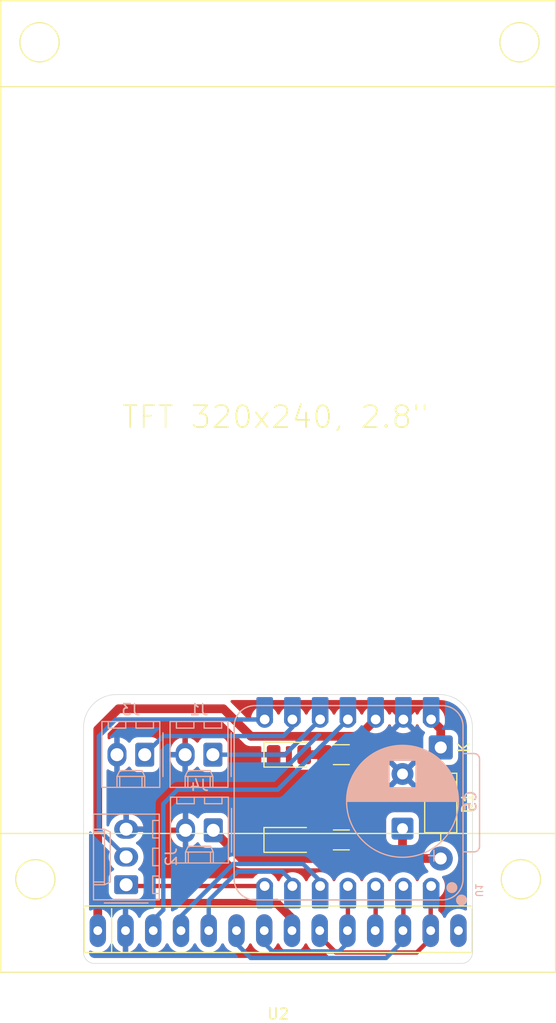
<source format=kicad_pcb>
(kicad_pcb (version 20241229) (generator "pcbnew") (generator_version "9.0")
  (layers (0 "F.Cu" signal) (2 "B.Cu" signal) (13 "F.Paste" user) (15 "B.Paste" user) (5 "F.SilkS" user "F.Silkscreen") (7 "B.SilkS" user "B.Silkscreen") (1 "F.Mask" user) (3 "B.Mask" user) (25 "Edge.Cuts" user))
  (net 0 "")
  (net 1 "TIRETTE")
  (net 2 "GND")
  (net 4 "+5V")
  (net 5 "Net-(D1-K)")
  (net 6 "Net-(D2-A)")
  (net 7 "Net-(D3-A)")
  (net 8 "RX")
  (net 9 "TX")
  (net 10 "init")
  (net 11 "+3.3V")
  (net 12 "RST")
  (net 13 "CS (touch)")
  (net 14 "SCK")
  (net 15 "CS (écran)")
  (net 16 "MOSI")
  (net 17 "MISO")
  (net 18 "DC")
  (footprint "LED_SMD:LED_1206_3216Metric" (layer "F.Cu") (at 41.1 91.2)
    (property "Reference" "D2" (hide yes))
    (property "Value" "LED_Small" (hide yes))
    (fp_line (start -2.285 -1.135) (end -2.285 1.135) (stroke (width 0.12)) (layer "F.SilkS"))
    (fp_line (start -2.285 1.135) (end 1.6 1.135) (stroke (width 0.12)) (layer "F.SilkS"))
    (fp_line (start 1.6 -1.135) (end -2.285 -1.135) (stroke (width 0.12)) (layer "F.SilkS"))
    (pad "1" smd roundrect (at -1.4 0) (size 1.25 1.75) (layers "F.Cu" "F.Mask" "F.Paste") (roundrect_rratio 0.2) (net 2 "GND"))
    (pad "2" smd roundrect (at 1.4 0) (size 1.25 1.75) (layers "F.Cu" "F.Mask" "F.Paste") (roundrect_rratio 0.2) (net 6 "Net-(D2-A)"))
  )
  (footprint "Resistor_SMD:R_1206_3216Metric_Pad1.30x1.75mm_HandSolder" (layer "F.Cu") (at 45.9 83.4 180)
    (property "Reference" "R3" (hide yes))
    (property "Value" "1k")
    (fp_line (start -0.727064 0.91) (end 0.727064 0.91) (stroke (width 0.12)) (layer "F.SilkS"))
    (fp_line (start -0.727064 -0.91) (end 0.727064 -0.91) (stroke (width 0.12)) (layer "F.SilkS"))
    (pad "1" smd roundrect (at -1.55 0 180) (size 1.3 1.75) (layers "F.Cu" "F.Mask" "F.Paste") (roundrect_rratio 0.192308) (net 11 "+3.3V"))
    (pad "2" smd roundrect (at 1.55 0 180) (size 1.3 1.75) (layers "F.Cu" "F.Mask" "F.Paste") (roundrect_rratio 0.192308) (net 7 "Net-(D3-A)"))
  )
  (footprint "tft:TFT-320x240" (layer "F.Cu") (at 40.11 99.5)
    (property "Reference" "U2" (at 0 7.62 0) (layer "F.SilkS"))
    (property "Value" "TFT_320x240")
    (fp_line (start -25.4 -85.09) (end -25.4 3.81) (stroke (width 0.12)) (layer "F.SilkS"))
    (fp_line (start -25.4 -77.216) (end 25.4 -77.216) (stroke (width 0.12)) (layer "F.SilkS"))
    (fp_line (start -25.4 -8.89) (end 25.4 -8.89) (stroke (width 0.12)) (layer "F.SilkS"))
    (fp_line (start -25.4 3.81) (end 25.4 3.81) (stroke (width 0.12)) (layer "F.SilkS"))
    (fp_line (start -17.76 -2.254) (end 17.76 -2.254) (stroke (width 0.12)) (layer "F.SilkS"))
    (fp_line (start -17.76 2) (end -17.76 -2) (stroke (width 0.12)) (layer "F.SilkS"))
    (fp_line (start -15.24 -2) (end -15.24 2) (stroke (width 0.12)) (layer "F.SilkS"))
    (fp_line (start 17.76 -2) (end 17.76 2) (stroke (width 0.12)) (layer "F.SilkS"))
    (fp_line (start 17.76 2) (end -17.76 2) (stroke (width 0.12)) (layer "F.SilkS"))
    (fp_line (start 25.4 -85.09) (end -25.4 -85.09) (stroke (width 0.12)) (layer "F.SilkS"))
    (fp_line (start 25.4 3.81) (end 25.4 -85.09) (stroke (width 0.12)) (layer "F.SilkS"))
    (fp_circle (center -22.225 -4.699) (end -23.495 -3.429) (stroke (width 0.12)) (fill no) (layer "F.SilkS"))
    (fp_circle (center -21.844 -81.28) (end -23.114 -82.55) (stroke (width 0.12)) (fill no) (layer "F.SilkS"))
    (fp_circle (center 22.098 -81.28) (end 20.828 -80.01) (stroke (width 0.12)) (fill no) (layer "F.SilkS"))
    (fp_circle (center 22.225 -4.699) (end 20.955 -3.429) (stroke (width 0.12)) (fill no) (layer "F.SilkS"))
    (fp_text user "TFT 320x240, 2.8\"" (at -0.254 -46.99 0) (layer "F.SilkS") (effects (font (size 2 2))))
    (pad "1" thru_hole oval (at -16.51 0) (size 1.5 3) (drill 0.8) (layers "*.Cu" "*.Mask") (net 11 "+3.3V"))
    (pad "2" thru_hole oval (at -13.97 0) (size 1.5 3) (drill 0.8) (layers "*.Cu" "*.Mask") (net 2 "GND"))
    (pad "3" thru_hole oval (at -11.43 0) (size 1.5 3) (drill 0.8) (layers "*.Cu" "*.Mask") (net 15 "CS (écran)"))
    (pad "4" thru_hole oval (at -8.89 0) (size 1.5 3) (drill 0.8) (layers "*.Cu" "*.Mask") (net 12 "RST"))
    (pad "5" thru_hole oval (at -6.35 0) (size 1.5 3) (drill 0.8) (layers "*.Cu" "*.Mask") (net 18 "DC"))
    (pad "6" thru_hole oval (at -3.81 0) (size 1.5 3) (drill 0.8) (layers "*.Cu" "*.Mask") (net 16 "MOSI"))
    (pad "7" thru_hole oval (at -1.27 0) (size 1.5 3) (drill 0.8) (layers "*.Cu" "*.Mask") (net 14 "SCK"))
    (pad "8" thru_hole oval (at 1.27 0) (size 1.5 3) (drill 0.8) (layers "*.Cu" "*.Mask") (net 11 "+3.3V"))
    (pad "9" thru_hole oval (at 3.81 0) (size 1.5 3) (drill 0.8) (layers "*.Cu" "*.Mask") (net 17 "MISO"))
    (pad "10" thru_hole oval (at 6.35 0) (size 1.5 3) (drill 0.8) (layers "*.Cu" "*.Mask") (net 14 "SCK"))
    (pad "11" thru_hole oval (at 8.89 0) (size 1.5 3) (drill 0.8) (layers "*.Cu" "*.Mask") (net 13 "CS (touch)"))
    (pad "12" thru_hole oval (at 11.43 0) (size 1.5 3) (drill 0.8) (layers "*.Cu" "*.Mask") (net 16 "MOSI"))
    (pad "13" thru_hole oval (at 13.97 0) (size 1.5 3) (drill 0.8) (layers "*.Cu" "*.Mask") (net 17 "MISO"))
    (pad "14" thru_hole oval (at 16.51 0) (size 1.5 3) (drill 0.8) (layers "*.Cu" "*.Mask"))
  )
  (footprint "Diode_THT:D_DO-41_SOD81_P10.16mm_Horizontal" (layer "F.Cu") (at 55 82.74 -90)
    (property "Reference" "D1" (at 5.08 -2.47 90) (layer "F.SilkS"))
    (property "Value" "D_Shottky")
    (fp_line (start 1.34 0) (end 2.36 0) (stroke (width 0.12)) (layer "F.SilkS"))
    (fp_line (start 8.82 0) (end 7.8 0) (stroke (width 0.12)) (layer "F.SilkS"))
    (fp_line (start 3.14 -1.47) (end 3.14 1.47) (stroke (width 0.12)) (layer "F.SilkS"))
    (fp_line (start 3.26 -1.47) (end 3.26 1.47) (stroke (width 0.12)) (layer "F.SilkS"))
    (fp_line (start 3.38 -1.47) (end 3.38 1.47) (stroke (width 0.12)) (layer "F.SilkS"))
    (fp_rect (start 2.36 -1.47) (end 7.8 1.47) (stroke (width 0.12)) (fill no) (layer "F.SilkS"))
    (fp_text user "K" (at 0 -2.1 90) (layer "F.SilkS"))
    (pad "1" thru_hole roundrect (at 0 0 270) (size 2.2 2.2) (drill 1.1) (layers "*.Cu" "*.Mask") (roundrect_rratio 0.113636) (net 5 "Net-(D1-K)"))
    (pad "2" thru_hole circle (at 10.16 0 270) (size 2.2 2.2) (drill 1.1) (layers "*.Cu" "*.Mask") (net 4 "+5V"))
  )
  (footprint "LED_SMD:LED_1206_3216Metric" (layer "F.Cu") (at 41.1 83.4)
    (property "Reference" "D3" (hide yes))
    (property "Value" "LED_Small" (hide yes))
    (fp_line (start -2.285 -1.135) (end -2.285 1.135) (stroke (width 0.12)) (layer "F.SilkS"))
    (fp_line (start -2.285 1.135) (end 1.6 1.135) (stroke (width 0.12)) (layer "F.SilkS"))
    (fp_line (start 1.6 -1.135) (end -2.285 -1.135) (stroke (width 0.12)) (layer "F.SilkS"))
    (pad "1" smd roundrect (at -1.4 0) (size 1.25 1.75) (layers "F.Cu" "F.Mask" "F.Paste") (roundrect_rratio 0.2) (net 2 "GND"))
    (pad "2" smd roundrect (at 1.4 0) (size 1.25 1.75) (layers "F.Cu" "F.Mask" "F.Paste") (roundrect_rratio 0.2) (net 7 "Net-(D3-A)"))
  )
  (footprint "Resistor_SMD:R_1206_3216Metric_Pad1.30x1.75mm_HandSolder" (layer "F.Cu") (at 45.9 91.2 180)
    (property "Reference" "R5" (hide yes))
    (property "Value" "1k" (hide yes))
    (fp_line (start -0.727064 0.91) (end 0.727064 0.91) (stroke (width 0.12)) (layer "F.SilkS"))
    (fp_line (start -0.727064 -0.91) (end 0.727064 -0.91) (stroke (width 0.12)) (layer "F.SilkS"))
    (pad "1" smd roundrect (at -1.55 0 180) (size 1.3 1.75) (layers "F.Cu" "F.Mask" "F.Paste") (roundrect_rratio 0.192308) (net 4 "+5V"))
    (pad "2" smd roundrect (at 1.55 0 180) (size 1.3 1.75) (layers "F.Cu" "F.Mask" "F.Paste") (roundrect_rratio 0.192308) (net 6 "Net-(D2-A)"))
  )
  (footprint "Seeed Studio XIAO Series Library:XIAO-ESP32S3-DIP" (layer "B.Cu") (at 46.5 87.8 90)
    (property "Reference" "U1" (at -8 12 270) (layer "B.SilkS") (effects (font (size 0.635 0.635) (thickness 0.1016)) (justify mirror)))
    (property "Value" "XIAO-ESP32-S3-DIP" (hide yes))
    (fp_line (start -6.985 -10.414) (end 6.985 -10.414) (stroke (width 0.127)) (layer "B.SilkS"))
    (fp_line (start 8.89 -8.509) (end 8.89 8.636) (stroke (width 0.127)) (layer "B.SilkS"))
    (fp_line (start -8.89 -8.509) (end -8.89 8.636) (stroke (width 0.127)) (layer "B.SilkS"))
    (fp_line (start 6.985 10.541) (end -6.985 10.541) (stroke (width 0.1)) (layer "B.SilkS"))
    (fp_line (start 6.985 10.541) (end -6.985 10.541) (stroke (width 0.127)) (layer "B.SilkS"))
    (fp_line (start -4.495 10.541) (end -4.491272 11.551272) (stroke (width 0.127)) (layer "B.SilkS"))
    (fp_line (start 4.504 11.551) (end 4.504 10.541) (stroke (width 0.127)) (layer "B.SilkS"))
    (fp_line (start -3.991272 12.051) (end 4.004 12.051) (stroke (width 0.127)) (layer "B.SilkS"))
    (fp_arc (start 6.985 -10.414) (mid 8.332038 -9.856038) (end 8.89 -8.509) (stroke (width 0.127)) (layer "B.SilkS"))
    (fp_arc (start -8.89 -8.509) (mid -8.332038 -9.856038) (end -6.985 -10.414) (stroke (width 0.127)) (layer "B.SilkS"))
    (fp_arc (start 8.89 8.636) (mid 8.332038 9.983038) (end 6.985 10.541) (stroke (width 0.127)) (layer "B.SilkS"))
    (fp_arc (start -6.985 10.541) (mid -8.332038 9.983038) (end -8.89 8.636) (stroke (width 0.127)) (layer "B.SilkS"))
    (fp_arc (start 4.504 11.551) (mid 4.357553 11.904553) (end 4.004 12.051) (stroke (width 0.127)) (layer "B.SilkS"))
    (fp_arc (start -3.991272 12.051) (mid -4.344724 11.904644) (end -4.491272 11.551272) (stroke (width 0.127)) (layer "B.SilkS"))
    (fp_circle (center -7.761 9.52) (end -7.761 9.774) (stroke (width 0.5)) (fill yes) (layer "B.SilkS"))
    (fp_circle (center -8.904 10.4) (end -8.904 10.654) (stroke (width 0.5)) (fill yes) (layer "B.SilkS"))
    (pad "1" smd roundrect (at -8.455 7.62 270) (size 2.432 1.524) (layers "B.Cu" "B.Mask") (roundrect_rratio 0.1) (net 17 "MISO"))
    (pad "1" thru_hole circle (at -7.62 7.62 270) (size 1.524 1.524) (drill 0.889) (layers "*.Cu" "*.Mask") (net 17 "MISO"))
    (pad "2" smd roundrect (at -8.455 5.08 270) (size 2.432 1.524) (layers "B.Cu" "B.Mask") (roundrect_rratio 0.1) (net 16 "MOSI"))
    (pad "2" thru_hole circle (at -7.62 5.08 270) (size 1.524 1.524) (drill 0.889) (layers "*.Cu" "*.Mask") (net 16 "MOSI"))
    (pad "3" smd roundrect (at -8.455 2.54 270) (size 2.432 1.524) (layers "B.Cu" "B.Mask") (roundrect_rratio 0.1) (net 13 "CS (touch)"))
    (pad "3" thru_hole circle (at -7.62 2.54 270) (size 1.524 1.524) (drill 0.889) (layers "*.Cu" "*.Mask") (net 13 "CS (touch)"))
    (pad "4" smd roundrect (at -8.455 0 270) (size 2.432 1.524) (layers "B.Cu" "B.Mask") (roundrect_rratio 0.1) (net 14 "SCK"))
    (pad "4" thru_hole circle (at -7.62 0 270) (size 1.524 1.524) (drill 0.889) (layers "*.Cu" "*.Mask") (net 14 "SCK"))
    (pad "5" smd roundrect (at -8.455 -2.54 270) (size 2.432 1.524) (layers "B.Cu" "B.Mask") (roundrect_rratio 0.1) (net 12 "RST"))
    (pad "5" thru_hole circle (at -7.62 -2.54 270) (size 1.524 1.524) (drill 0.889) (layers "*.Cu" "*.Mask") (net 12 "RST"))
    (pad "6" smd roundrect (at -8.455 -5.08 270) (size 2.432 1.524) (layers "B.Cu" "B.Mask") (roundrect_rratio 0.1) (net 18 "DC"))
    (pad "6" thru_hole circle (at -7.62 -5.08 270) (size 1.524 1.524) (drill 0.889) (layers "*.Cu" "*.Mask") (net 18 "DC"))
    (pad "7" smd roundrect (at -8.455 -7.62 270) (size 2.432 1.524) (layers "B.Cu" "B.Mask") (roundrect_rratio 0.1) (net 8 "RX"))
    (pad "7" thru_hole circle (at -7.62 -7.62 270) (size 1.524 1.524) (drill 0.889) (layers "*.Cu" "*.Mask") (net 8 "RX"))
    (pad "8" thru_hole circle (at 7.62 -7.62 90) (size 1.524 1.524) (drill 0.889) (layers "*.Cu" "*.Mask") (net 9 "TX"))
    (pad "8" smd roundrect (at 8.455 -7.62 90) (size 2.432 1.524) (layers "B.Cu" "B.Mask") (roundrect_rratio 0.1) (net 9 "TX"))
    (pad "9" thru_hole circle (at 7.62 -5.08 90) (size 1.524 1.524) (drill 0.889) (layers "*.Cu" "*.Mask") (net 10 "init"))
    (pad "9" smd roundrect (at 8.455 -5.08 90) (size 2.432 1.524) (layers "B.Cu" "B.Mask") (roundrect_rratio 0.1) (net 10 "init"))
    (pad "10" thru_hole circle (at 7.62 -2.54 90) (size 1.524 1.524) (drill 0.889) (layers "*.Cu" "*.Mask") (net 1 "TIRETTE"))
    (pad "10" smd roundrect (at 8.455 -2.54 90) (size 2.432 1.524) (layers "B.Cu" "B.Mask") (roundrect_rratio 0.1) (net 1 "TIRETTE"))
    (pad "11" thru_hole circle (at 7.62 0 90) (size 1.524 1.524) (drill 0.889) (layers "*.Cu" "*.Mask") (net 15 "CS (écran)"))
    (pad "11" smd roundrect (at 8.455 0 90) (size 2.432 1.524) (layers "B.Cu" "B.Mask") (roundrect_rratio 0.1) (net 15 "CS (écran)"))
    (pad "12" thru_hole circle (at 7.62 2.54 90) (size 1.524 1.524) (drill 0.889) (layers "*.Cu" "*.Mask") (net 11 "+3.3V"))
    (pad "12" smd roundrect (at 8.455 2.54 90) (size 2.432 1.524) (layers "B.Cu" "B.Mask") (roundrect_rratio 0.1) (net 11 "+3.3V"))
    (pad "13" thru_hole circle (at 7.62 5.08 90) (size 1.524 1.524) (drill 0.889) (layers "*.Cu" "*.Mask") (net 2 "GND"))
    (pad "13" smd roundrect (at 8.455 5.08 90) (size 2.432 1.524) (layers "B.Cu" "B.Mask") (roundrect_rratio 0.1) (net 2 "GND"))
    (pad "14" thru_hole circle (at 7.62 7.62 90) (size 1.524 1.524) (drill 0.889) (layers "*.Cu" "*.Mask") (net 5 "Net-(D1-K)"))
    (pad "14" smd roundrect (at 8.455 7.62 90) (size 2.432 1.524) (layers "B.Cu" "B.Mask") (roundrect_rratio 0.1) (net 5 "Net-(D1-K)"))
  )
  (footprint "Capacitor_THT:CP_Radial_D10.0mm_P5.00mm" (layer "B.Cu") (at 51.5 90.167677 90)
    (property "Reference" "C5" (at 2.5 6.25 90) (layer "B.SilkS") (effects (justify mirror)))
    (property "Value" "100µF" (hide yes))
    (fp_line (start 6.22 -1.24) (end 6.22 -3.478) (stroke (width 0.12)) (layer "B.SilkS"))
    (fp_line (start 6.18 -1.24) (end 6.18 -3.52) (stroke (width 0.12)) (layer "B.SilkS"))
    (fp_line (start 6.14 -1.24) (end 6.14 -3.561) (stroke (width 0.12)) (layer "B.SilkS"))
    (fp_line (start 6.1 -1.24) (end 6.1 -3.601) (stroke (width 0.12)) (layer "B.SilkS"))
    (fp_line (start 6.06 -1.24) (end 6.06 -3.64) (stroke (width 0.12)) (layer "B.SilkS"))
    (fp_line (start 6.02 -1.24) (end 6.02 -3.678) (stroke (width 0.12)) (layer "B.SilkS"))
    (fp_line (start 5.98 -1.24) (end 5.98 -3.716) (stroke (width 0.12)) (layer "B.SilkS"))
    (fp_line (start 5.94 -1.24) (end 5.94 -3.752) (stroke (width 0.12)) (layer "B.SilkS"))
    (fp_line (start 5.9 -1.24) (end 5.9 -3.788) (stroke (width 0.12)) (layer "B.SilkS"))
    (fp_line (start 5.86 -1.24) (end 5.86 -3.823) (stroke (width 0.12)) (layer "B.SilkS"))
    (fp_line (start 5.82 -1.24) (end 5.82 -3.858) (stroke (width 0.12)) (layer "B.SilkS"))
    (fp_line (start 5.78 -1.24) (end 5.78 -3.891) (stroke (width 0.12)) (layer "B.SilkS"))
    (fp_line (start 5.74 -1.24) (end 5.74 -3.924) (stroke (width 0.12)) (layer "B.SilkS"))
    (fp_line (start 5.7 -1.24) (end 5.7 -3.957) (stroke (width 0.12)) (layer "B.SilkS"))
    (fp_line (start 5.66 -1.24) (end 5.66 -3.988) (stroke (width 0.12)) (layer "B.SilkS"))
    (fp_line (start 5.62 -1.24) (end 5.62 -4.02) (stroke (width 0.12)) (layer "B.SilkS"))
    (fp_line (start 5.58 -1.24) (end 5.58 -4.05) (stroke (width 0.12)) (layer "B.SilkS"))
    (fp_line (start 5.54 -1.24) (end 5.54 -4.08) (stroke (width 0.12)) (layer "B.SilkS"))
    (fp_line (start 5.5 -1.24) (end 5.5 -4.109) (stroke (width 0.12)) (layer "B.SilkS"))
    (fp_line (start 5.46 -1.24) (end 5.46 -4.138) (stroke (width 0.12)) (layer "B.SilkS"))
    (fp_line (start 5.42 -1.24) (end 5.42 -4.166) (stroke (width 0.12)) (layer "B.SilkS"))
    (fp_line (start 5.38 -1.24) (end 5.38 -4.193) (stroke (width 0.12)) (layer "B.SilkS"))
    (fp_line (start 5.34 -1.24) (end 5.34 -4.22) (stroke (width 0.12)) (layer "B.SilkS"))
    (fp_line (start 5.3 -1.24) (end 5.3 -4.247) (stroke (width 0.12)) (layer "B.SilkS"))
    (fp_line (start 5.26 -1.24) (end 5.26 -4.272) (stroke (width 0.12)) (layer "B.SilkS"))
    (fp_line (start 5.22 -1.24) (end 5.22 -4.298) (stroke (width 0.12)) (layer "B.SilkS"))
    (fp_line (start 5.18 -1.24) (end 5.18 -4.323) (stroke (width 0.12)) (layer "B.SilkS"))
    (fp_line (start 5.14 -1.24) (end 5.14 -4.347) (stroke (width 0.12)) (layer "B.SilkS"))
    (fp_line (start 5.1 -1.24) (end 5.1 -4.371) (stroke (width 0.12)) (layer "B.SilkS"))
    (fp_line (start 5.06 -1.24) (end 5.06 -4.394) (stroke (width 0.12)) (layer "B.SilkS"))
    (fp_line (start 5.02 -1.24) (end 5.02 -4.417) (stroke (width 0.12)) (layer "B.SilkS"))
    (fp_line (start 4.98 -1.24) (end 4.98 -4.439) (stroke (width 0.12)) (layer "B.SilkS"))
    (fp_line (start 4.94 -1.24) (end 4.94 -4.461) (stroke (width 0.12)) (layer "B.SilkS"))
    (fp_line (start 4.9 -1.24) (end 4.9 -4.483) (stroke (width 0.12)) (layer "B.SilkS"))
    (fp_line (start 4.86 -1.24) (end 4.86 -4.504) (stroke (width 0.12)) (layer "B.SilkS"))
    (fp_line (start 4.82 -1.24) (end 4.82 -4.524) (stroke (width 0.12)) (layer "B.SilkS"))
    (fp_line (start 4.78 -1.24) (end 4.78 -4.544) (stroke (width 0.12)) (layer "B.SilkS"))
    (fp_line (start 4.74 -1.24) (end 4.74 -4.564) (stroke (width 0.12)) (layer "B.SilkS"))
    (fp_line (start 4.7 -1.24) (end 4.7 -4.583) (stroke (width 0.12)) (layer "B.SilkS"))
    (fp_line (start 4.66 -1.24) (end 4.66 -4.602) (stroke (width 0.12)) (layer "B.SilkS"))
    (fp_line (start 4.62 -1.24) (end 4.62 -4.62) (stroke (width 0.12)) (layer "B.SilkS"))
    (fp_line (start 4.58 -1.24) (end 4.58 -4.638) (stroke (width 0.12)) (layer "B.SilkS"))
    (fp_line (start 4.54 -1.24) (end 4.54 -4.656) (stroke (width 0.12)) (layer "B.SilkS"))
    (fp_line (start 4.5 -1.24) (end 4.5 -4.673) (stroke (width 0.12)) (layer "B.SilkS"))
    (fp_line (start 4.46 -1.24) (end 4.46 -4.69) (stroke (width 0.12)) (layer "B.SilkS"))
    (fp_line (start 4.42 -1.24) (end 4.42 -4.706) (stroke (width 0.12)) (layer "B.SilkS"))
    (fp_line (start 4.38 -1.24) (end 4.38 -4.722) (stroke (width 0.12)) (layer "B.SilkS"))
    (fp_line (start 4.34 -1.24) (end 4.34 -4.738) (stroke (width 0.12)) (layer "B.SilkS"))
    (fp_line (start 4.3 -1.24) (end 4.3 -4.753) (stroke (width 0.12)) (layer "B.SilkS"))
    (fp_line (start 4.26 -1.24) (end 4.26 -4.768) (stroke (width 0.12)) (layer "B.SilkS"))
    (fp_line (start 4.22 -1.24) (end 4.22 -4.782) (stroke (width 0.12)) (layer "B.SilkS"))
    (fp_line (start 4.18 -1.24) (end 4.18 -4.797) (stroke (width 0.12)) (layer "B.SilkS"))
    (fp_line (start 4.14 -1.24) (end 4.14 -4.81) (stroke (width 0.12)) (layer "B.SilkS"))
    (fp_line (start 4.1 -1.24) (end 4.1 -4.824) (stroke (width 0.12)) (layer "B.SilkS"))
    (fp_line (start 4.06 -1.24) (end 4.06 -4.837) (stroke (width 0.12)) (layer "B.SilkS"))
    (fp_line (start 4.02 -1.24) (end 4.02 -4.849) (stroke (width 0.12)) (layer "B.SilkS"))
    (fp_line (start 3.98 -1.24) (end 3.98 -4.861) (stroke (width 0.12)) (layer "B.SilkS"))
    (fp_line (start 3.94 -1.24) (end 3.94 -4.873) (stroke (width 0.12)) (layer "B.SilkS"))
    (fp_line (start 3.9 -1.24) (end 3.9 -4.885) (stroke (width 0.12)) (layer "B.SilkS"))
    (fp_line (start 3.86 -1.24) (end 3.86 -4.896) (stroke (width 0.12)) (layer "B.SilkS"))
    (fp_line (start 3.82 -1.24) (end 3.82 -4.907) (stroke (width 0.12)) (layer "B.SilkS"))
    (fp_line (start 3.78 -1.24) (end 3.78 -4.917) (stroke (width 0.12)) (layer "B.SilkS"))
    (fp_line (start 7.58 0.599) (end 7.58 -0.599) (stroke (width 0.12)) (layer "B.SilkS"))
    (fp_line (start 7.54 0.862) (end 7.54 -0.862) (stroke (width 0.12)) (layer "B.SilkS"))
    (fp_line (start 7.5 1.062) (end 7.5 -1.062) (stroke (width 0.12)) (layer "B.SilkS"))
    (fp_line (start 7.46 1.23) (end 7.46 -1.23) (stroke (width 0.12)) (layer "B.SilkS"))
    (fp_line (start 7.42 1.377) (end 7.42 -1.377) (stroke (width 0.12)) (layer "B.SilkS"))
    (fp_line (start 7.38 1.509) (end 7.38 -1.509) (stroke (width 0.12)) (layer "B.SilkS"))
    (fp_line (start 7.34 1.63) (end 7.34 -1.63) (stroke (width 0.12)) (layer "B.SilkS"))
    (fp_line (start 7.3 1.742) (end 7.3 -1.742) (stroke (width 0.12)) (layer "B.SilkS"))
    (fp_line (start 7.26 1.846) (end 7.26 -1.846) (stroke (width 0.12)) (layer "B.SilkS"))
    (fp_line (start 7.22 1.944) (end 7.22 -1.944) (stroke (width 0.12)) (layer "B.SilkS"))
    (fp_line (start 7.18 2.037) (end 7.18 -2.037) (stroke (width 0.12)) (layer "B.SilkS"))
    (fp_line (start 7.14 2.124) (end 7.14 -2.124) (stroke (width 0.12)) (layer "B.SilkS"))
    (fp_line (start 7.1 2.208) (end 7.1 -2.208) (stroke (width 0.12)) (layer "B.SilkS"))
    (fp_line (start 7.06 2.288) (end 7.06 -2.288) (stroke (width 0.12)) (layer "B.SilkS"))
    (fp_line (start 7.02 2.365) (end 7.02 -2.365) (stroke (width 0.12)) (layer "B.SilkS"))
    (fp_line (start 6.98 2.439) (end 6.98 -2.439) (stroke (width 0.12)) (layer "B.SilkS"))
    (fp_line (start 6.94 2.51) (end 6.94 -2.51) (stroke (width 0.12)) (layer "B.SilkS"))
    (fp_line (start 6.9 2.578) (end 6.9 -2.578) (stroke (width 0.12)) (layer "B.SilkS"))
    (fp_line (start 6.86 2.644) (end 6.86 -2.644) (stroke (width 0.12)) (layer "B.SilkS"))
    (fp_line (start 6.82 2.708) (end 6.82 -2.708) (stroke (width 0.12)) (layer "B.SilkS"))
    (fp_line (start 6.78 2.77) (end 6.78 -2.77) (stroke (width 0.12)) (layer "B.SilkS"))
    (fp_line (start 6.74 2.83) (end 6.74 -2.83) (stroke (width 0.12)) (layer "B.SilkS"))
    (fp_line (start -2.979646 2.875) (end -1.979646 2.875) (stroke (width 0.12)) (layer "B.SilkS"))
    (fp_line (start 6.7 2.888) (end 6.7 -2.888) (stroke (width 0.12)) (layer "B.SilkS"))
    (fp_line (start 6.66 2.945) (end 6.66 -2.945) (stroke (width 0.12)) (layer "B.SilkS"))
    (fp_line (start 6.62 3) (end 6.62 -3) (stroke (width 0.12)) (layer "B.SilkS"))
    (fp_line (start 6.58 3.053) (end 6.58 -3.053) (stroke (width 0.12)) (layer "B.SilkS"))
    (fp_line (start 6.54 3.105) (end 6.54 -3.105) (stroke (width 0.12)) (layer "B.SilkS"))
    (fp_line (start 6.5 3.156) (end 6.5 -3.156) (stroke (width 0.12)) (layer "B.SilkS"))
    (fp_line (start 6.46 3.205) (end 6.46 -3.205) (stroke (width 0.12)) (layer "B.SilkS"))
    (fp_line (start 6.42 3.254) (end 6.42 -3.254) (stroke (width 0.12)) (layer "B.SilkS"))
    (fp_line (start 6.38 3.301) (end 6.38 -3.301) (stroke (width 0.12)) (layer "B.SilkS"))
    (fp_line (start 6.34 3.347) (end 6.34 -3.347) (stroke (width 0.12)) (layer "B.SilkS"))
    (fp_line (start -2.479646 3.375) (end -2.479646 2.375) (stroke (width 0.12)) (layer "B.SilkS"))
    (fp_line (start 6.3 3.391) (end 6.3 -3.391) (stroke (width 0.12)) (layer "B.SilkS"))
    (fp_line (start 6.26 3.435) (end 6.26 -3.435) (stroke (width 0.12)) (layer "B.SilkS"))
    (fp_line (start 6.22 3.478) (end 6.22 1.24) (stroke (width 0.12)) (layer "B.SilkS"))
    (fp_line (start 6.18 3.52) (end 6.18 1.24) (stroke (width 0.12)) (layer "B.SilkS"))
    (fp_line (start 6.14 3.561) (end 6.14 1.24) (stroke (width 0.12)) (layer "B.SilkS"))
    (fp_line (start 6.1 3.601) (end 6.1 1.24) (stroke (width 0.12)) (layer "B.SilkS"))
    (fp_line (start 6.06 3.64) (end 6.06 1.24) (stroke (width 0.12)) (layer "B.SilkS"))
    (fp_line (start 6.02 3.678) (end 6.02 1.24) (stroke (width 0.12)) (layer "B.SilkS"))
    (fp_line (start 5.98 3.716) (end 5.98 1.24) (stroke (width 0.12)) (layer "B.SilkS"))
    (fp_line (start 5.94 3.752) (end 5.94 1.24) (stroke (width 0.12)) (layer "B.SilkS"))
    (fp_line (start 5.9 3.788) (end 5.9 1.24) (stroke (width 0.12)) (layer "B.SilkS"))
    (fp_line (start 5.86 3.823) (end 5.86 1.24) (stroke (width 0.12)) (layer "B.SilkS"))
    (fp_line (start 5.82 3.858) (end 5.82 1.24) (stroke (width 0.12)) (layer "B.SilkS"))
    (fp_line (start 5.78 3.891) (end 5.78 1.24) (stroke (width 0.12)) (layer "B.SilkS"))
    (fp_line (start 5.74 3.924) (end 5.74 1.24) (stroke (width 0.12)) (layer "B.SilkS"))
    (fp_line (start 5.7 3.957) (end 5.7 1.24) (stroke (width 0.12)) (layer "B.SilkS"))
    (fp_line (start 5.66 3.988) (end 5.66 1.24) (stroke (width 0.12)) (layer "B.SilkS"))
    (fp_line (start 5.62 4.02) (end 5.62 1.24) (stroke (width 0.12)) (layer "B.SilkS"))
    (fp_line (start 5.58 4.05) (end 5.58 1.24) (stroke (width 0.12)) (layer "B.SilkS"))
    (fp_line (start 5.54 4.08) (end 5.54 1.24) (stroke (width 0.12)) (layer "B.SilkS"))
    (fp_line (start 5.5 4.109) (end 5.5 1.24) (stroke (width 0.12)) (layer "B.SilkS"))
    (fp_line (start 5.46 4.138) (end 5.46 1.24) (stroke (width 0.12)) (layer "B.SilkS"))
    (fp_line (start 5.42 4.166) (end 5.42 1.24) (stroke (width 0.12)) (layer "B.SilkS"))
    (fp_line (start 5.38 4.193) (end 5.38 1.24) (stroke (width 0.12)) (layer "B.SilkS"))
    (fp_line (start 5.34 4.22) (end 5.34 1.24) (stroke (width 0.12)) (layer "B.SilkS"))
    (fp_line (start 5.3 4.247) (end 5.3 1.24) (stroke (width 0.12)) (layer "B.SilkS"))
    (fp_line (start 5.26 4.272) (end 5.26 1.24) (stroke (width 0.12)) (layer "B.SilkS"))
    (fp_line (start 5.22 4.298) (end 5.22 1.24) (stroke (width 0.12)) (layer "B.SilkS"))
    (fp_line (start 5.18 4.323) (end 5.18 1.24) (stroke (width 0.12)) (layer "B.SilkS"))
    (fp_line (start 5.14 4.347) (end 5.14 1.24) (stroke (width 0.12)) (layer "B.SilkS"))
    (fp_line (start 5.1 4.371) (end 5.1 1.24) (stroke (width 0.12)) (layer "B.SilkS"))
    (fp_line (start 5.06 4.394) (end 5.06 1.24) (stroke (width 0.12)) (layer "B.SilkS"))
    (fp_line (start 5.02 4.417) (end 5.02 1.24) (stroke (width 0.12)) (layer "B.SilkS"))
    (fp_line (start 4.98 4.439) (end 4.98 1.24) (stroke (width 0.12)) (layer "B.SilkS"))
    (fp_line (start 4.94 4.461) (end 4.94 1.24) (stroke (width 0.12)) (layer "B.SilkS"))
    (fp_line (start 4.9 4.483) (end 4.9 1.24) (stroke (width 0.12)) (layer "B.SilkS"))
    (fp_line (start 4.86 4.504) (end 4.86 1.24) (stroke (width 0.12)) (layer "B.SilkS"))
    (fp_line (start 4.82 4.524) (end 4.82 1.24) (stroke (width 0.12)) (layer "B.SilkS"))
    (fp_line (start 4.78 4.544) (end 4.78 1.24) (stroke (width 0.12)) (layer "B.SilkS"))
    (fp_line (start 4.74 4.564) (end 4.74 1.24) (stroke (width 0.12)) (layer "B.SilkS"))
    (fp_line (start 4.7 4.583) (end 4.7 1.24) (stroke (width 0.12)) (layer "B.SilkS"))
    (fp_line (start 4.66 4.602) (end 4.66 1.24) (stroke (width 0.12)) (layer "B.SilkS"))
    (fp_line (start 4.62 4.62) (end 4.62 1.24) (stroke (width 0.12)) (layer "B.SilkS"))
    (fp_line (start 4.58 4.638) (end 4.58 1.24) (stroke (width 0.12)) (layer "B.SilkS"))
    (fp_line (start 4.54 4.656) (end 4.54 1.24) (stroke (width 0.12)) (layer "B.SilkS"))
    (fp_line (start 4.5 4.673) (end 4.5 1.24) (stroke (width 0.12)) (layer "B.SilkS"))
    (fp_line (start 4.46 4.69) (end 4.46 1.24) (stroke (width 0.12)) (layer "B.SilkS"))
    (fp_line (start 4.42 4.706) (end 4.42 1.24) (stroke (width 0.12)) (layer "B.SilkS"))
    (fp_line (start 4.38 4.722) (end 4.38 1.24) (stroke (width 0.12)) (layer "B.SilkS"))
    (fp_line (start 4.34 4.738) (end 4.34 1.24) (stroke (width 0.12)) (layer "B.SilkS"))
    (fp_line (start 4.3 4.753) (end 4.3 1.24) (stroke (width 0.12)) (layer "B.SilkS"))
    (fp_line (start 4.26 4.768) (end 4.26 1.24) (stroke (width 0.12)) (layer "B.SilkS"))
    (fp_line (start 4.22 4.782) (end 4.22 1.24) (stroke (width 0.12)) (layer "B.SilkS"))
    (fp_line (start 4.18 4.797) (end 4.18 1.24) (stroke (width 0.12)) (layer "B.SilkS"))
    (fp_line (start 4.14 4.81) (end 4.14 1.24) (stroke (width 0.12)) (layer "B.SilkS"))
    (fp_line (start 4.1 4.824) (end 4.1 1.24) (stroke (width 0.12)) (layer "B.SilkS"))
    (fp_line (start 4.06 4.837) (end 4.06 1.24) (stroke (width 0.12)) (layer "B.SilkS"))
    (fp_line (start 4.02 4.849) (end 4.02 1.24) (stroke (width 0.12)) (layer "B.SilkS"))
    (fp_line (start 3.98 4.861) (end 3.98 1.24) (stroke (width 0.12)) (layer "B.SilkS"))
    (fp_line (start 3.94 4.873) (end 3.94 1.24) (stroke (width 0.12)) (layer "B.SilkS"))
    (fp_line (start 3.9 4.885) (end 3.9 1.24) (stroke (width 0.12)) (layer "B.SilkS"))
    (fp_line (start 3.86 4.896) (end 3.86 1.24) (stroke (width 0.12)) (layer "B.SilkS"))
    (fp_line (start 3.82 4.907) (end 3.82 1.24) (stroke (width 0.12)) (layer "B.SilkS"))
    (fp_line (start 3.78 4.917) (end 3.78 1.24) (stroke (width 0.12)) (layer "B.SilkS"))
    (fp_line (start 3.74 4.928) (end 3.74 -4.928) (stroke (width 0.12)) (layer "B.SilkS"))
    (fp_line (start 3.7 4.937) (end 3.7 -4.937) (stroke (width 0.12)) (layer "B.SilkS"))
    (fp_line (start 3.66 4.947) (end 3.66 -4.947) (stroke (width 0.12)) (layer "B.SilkS"))
    (fp_line (start 3.62 4.956) (end 3.62 -4.956) (stroke (width 0.12)) (layer "B.SilkS"))
    (fp_line (start 3.58 4.965) (end 3.58 -4.965) (stroke (width 0.12)) (layer "B.SilkS"))
    (fp_line (start 3.54 4.973) (end 3.54 -4.973) (stroke (width 0.12)) (layer "B.SilkS"))
    (fp_line (start 3.5 4.981) (end 3.5 -4.981) (stroke (width 0.12)) (layer "B.SilkS"))
    (fp_line (start 3.46 4.989) (end 3.46 -4.989) (stroke (width 0.12)) (layer "B.SilkS"))
    (fp_line (start 3.42 4.997) (end 3.42 -4.997) (stroke (width 0.12)) (layer "B.SilkS"))
    (fp_line (start 3.38 5.004) (end 3.38 -5.004) (stroke (width 0.12)) (layer "B.SilkS"))
    (fp_line (start 3.34 5.011) (end 3.34 -5.011) (stroke (width 0.12)) (layer "B.SilkS"))
    (fp_line (start 3.3 5.017) (end 3.3 -5.017) (stroke (width 0.12)) (layer "B.SilkS"))
    (fp_line (start 3.26 5.023) (end 3.26 -5.023) (stroke (width 0.12)) (layer "B.SilkS"))
    (fp_line (start 3.22 5.029) (end 3.22 -5.029) (stroke (width 0.12)) (layer "B.SilkS"))
    (fp_line (start 3.18 5.035) (end 3.18 -5.035) (stroke (width 0.12)) (layer "B.SilkS"))
    (fp_line (start 3.14 5.04) (end 3.14 -5.04) (stroke (width 0.12)) (layer "B.SilkS"))
    (fp_line (start 3.1 5.045) (end 3.1 -5.045) (stroke (width 0.12)) (layer "B.SilkS"))
    (fp_line (start 3.06 5.049) (end 3.06 -5.049) (stroke (width 0.12)) (layer "B.SilkS"))
    (fp_line (start 3.02 5.054) (end 3.02 -5.054) (stroke (width 0.12)) (layer "B.SilkS"))
    (fp_line (start 2.98 5.057) (end 2.98 -5.057) (stroke (width 0.12)) (layer "B.SilkS"))
    (fp_line (start 2.94 5.061) (end 2.94 -5.061) (stroke (width 0.12)) (layer "B.SilkS"))
    (fp_line (start 2.9 5.064) (end 2.9 -5.064) (stroke (width 0.12)) (layer "B.SilkS"))
    (fp_line (start 2.86 5.067) (end 2.86 -5.067) (stroke (width 0.12)) (layer "B.SilkS"))
    (fp_line (start 2.82 5.07) (end 2.82 -5.07) (stroke (width 0.12)) (layer "B.SilkS"))
    (fp_line (start 2.78 5.072) (end 2.78 -5.072) (stroke (width 0.12)) (layer "B.SilkS"))
    (fp_line (start 2.74 5.074) (end 2.74 -5.074) (stroke (width 0.12)) (layer "B.SilkS"))
    (fp_line (start 2.7 5.076) (end 2.7 -5.076) (stroke (width 0.12)) (layer "B.SilkS"))
    (fp_line (start 2.66 5.077) (end 2.66 -5.077) (stroke (width 0.12)) (layer "B.SilkS"))
    (fp_line (start 2.62 5.079) (end 2.62 -5.079) (stroke (width 0.12)) (layer "B.SilkS"))
    (fp_line (start 2.58 5.079) (end 2.58 -5.079) (stroke (width 0.12)) (layer "B.SilkS"))
    (fp_line (start 2.54 5.08) (end 2.54 -5.08) (stroke (width 0.12)) (layer "B.SilkS"))
    (fp_line (start 2.5 5.08) (end 2.5 -5.08) (stroke (width 0.12)) (layer "B.SilkS"))
    (fp_circle (center 2.5 0) (end 7.62 0) (stroke (width 0.12)) (fill no) (layer "B.SilkS"))
    (pad "1" thru_hole roundrect (at 0 0 90) (size 2 2) (drill 1) (layers "*.Cu" "*.Mask") (roundrect_rratio 0.125) (net 4 "+5V"))
    (pad "2" thru_hole circle (at 5 0 90) (size 2 2) (drill 1) (layers "*.Cu" "*.Mask") (net 2 "GND"))
  )
  (footprint "Connector_Molex:Molex_KK-254_AE-6410-03A_1x03_P2.54mm_Vertical" (layer "B.Cu") (at 26.2 95.3 90)
    (property "Reference" "J2" (at 2.54 4.12 90) (layer "B.SilkS") (effects (justify mirror)))
    (property "Value" "UART CP")
    (fp_line (start 6.46 -2.99) (end 6.46 3.03) (stroke (width 0.12)) (layer "B.SilkS"))
    (fp_line (start 4.83 -2.99) (end 4.83 -1.99) (stroke (width 0.12)) (layer "B.SilkS"))
    (fp_line (start 0.25 -2.99) (end 0.25 -1.99) (stroke (width 0.12)) (layer "B.SilkS"))
    (fp_line (start 0 -2.99) (end 0 -1.99) (stroke (width 0.12)) (layer "B.SilkS"))
    (fp_line (start -1.38 -2.99) (end 6.46 -2.99) (stroke (width 0.12)) (layer "B.SilkS"))
    (fp_line (start 5.08 -1.99) (end 5.08 -2.99) (stroke (width 0.12)) (layer "B.SilkS"))
    (fp_line (start 0 -1.99) (end 5.08 -1.99) (stroke (width 0.12)) (layer "B.SilkS"))
    (fp_line (start 0 -1.99) (end 0.25 -1.46) (stroke (width 0.12)) (layer "B.SilkS"))
    (fp_line (start 4.83 -1.46) (end 5.08 -1.99) (stroke (width 0.12)) (layer "B.SilkS"))
    (fp_line (start 0.25 -1.46) (end 4.83 -1.46) (stroke (width 0.12)) (layer "B.SilkS"))
    (fp_line (start -1.67 2) (end -1.67 -2) (stroke (width 0.12)) (layer "B.SilkS"))
    (fp_line (start 5.88 2.43) (end 5.88 3.03) (stroke (width 0.12)) (layer "B.SilkS"))
    (fp_line (start 4.28 2.43) (end 5.88 2.43) (stroke (width 0.12)) (layer "B.SilkS"))
    (fp_line (start 3.34 2.43) (end 3.34 3.03) (stroke (width 0.12)) (layer "B.SilkS"))
    (fp_line (start 1.74 2.43) (end 3.34 2.43) (stroke (width 0.12)) (layer "B.SilkS"))
    (fp_line (start 0.8 2.43) (end 0.8 3.03) (stroke (width 0.12)) (layer "B.SilkS"))
    (fp_line (start -0.8 2.43) (end 0.8 2.43) (stroke (width 0.12)) (layer "B.SilkS"))
    (fp_line (start 6.46 3.03) (end -1.38 3.03) (stroke (width 0.12)) (layer "B.SilkS"))
    (fp_line (start 4.28 3.03) (end 4.28 2.43) (stroke (width 0.12)) (layer "B.SilkS"))
    (fp_line (start 1.74 3.03) (end 1.74 2.43) (stroke (width 0.12)) (layer "B.SilkS"))
    (fp_line (start -0.8 3.03) (end -0.8 2.43) (stroke (width 0.12)) (layer "B.SilkS"))
    (fp_line (start -1.38 3.03) (end -1.38 -2.99) (stroke (width 0.12)) (layer "B.SilkS"))
    (pad "1" thru_hole roundrect (at 0 0 90) (size 1.74 2.19) (drill 1.19) (layers "*.Cu" "*.Mask") (roundrect_rratio 0.143678) (net 8 "RX"))
    (pad "2" thru_hole oval (at 2.54 0 90) (size 1.74 2.19) (drill 1.19) (layers "*.Cu" "*.Mask") (net 9 "TX"))
    (pad "3" thru_hole oval (at 5.08 0 90) (size 1.74 2.19) (drill 1.19) (layers "*.Cu" "*.Mask") (net 2 "GND"))
  )
  (footprint "Connector_Molex:Molex_KK-254_AE-6410-02A_1x02_P2.54mm_Vertical" (layer "B.Cu") (at 34.14 83.4 180)
    (property "Reference" "J1" (at 1.27 4.12 0) (layer "B.SilkS") (effects (justify mirror)))
    (property "Value" "tirette")
    (fp_line (start 3.92 3.03) (end -1.38 3.03) (stroke (width 0.12)) (layer "B.SilkS"))
    (fp_line (start 3.92 -2.99) (end 3.92 3.03) (stroke (width 0.12)) (layer "B.SilkS"))
    (fp_line (start 3.34 2.43) (end 3.34 3.03) (stroke (width 0.12)) (layer "B.SilkS"))
    (fp_line (start 2.54 -1.99) (end 2.54 -2.99) (stroke (width 0.12)) (layer "B.SilkS"))
    (fp_line (start 2.29 -1.46) (end 2.54 -1.99) (stroke (width 0.12)) (layer "B.SilkS"))
    (fp_line (start 2.29 -2.99) (end 2.29 -1.99) (stroke (width 0.12)) (layer "B.SilkS"))
    (fp_line (start 1.74 3.03) (end 1.74 2.43) (stroke (width 0.12)) (layer "B.SilkS"))
    (fp_line (start 1.74 2.43) (end 3.34 2.43) (stroke (width 0.12)) (layer "B.SilkS"))
    (fp_line (start 0.8 2.43) (end 0.8 3.03) (stroke (width 0.12)) (layer "B.SilkS"))
    (fp_line (start 0.25 -1.46) (end 2.29 -1.46) (stroke (width 0.12)) (layer "B.SilkS"))
    (fp_line (start 0.25 -2.99) (end 0.25 -1.99) (stroke (width 0.12)) (layer "B.SilkS"))
    (fp_line (start 0 -1.99) (end 2.54 -1.99) (stroke (width 0.12)) (layer "B.SilkS"))
    (fp_line (start 0 -1.99) (end 0.25 -1.46) (stroke (width 0.12)) (layer "B.SilkS"))
    (fp_line (start 0 -2.99) (end 0 -1.99) (stroke (width 0.12)) (layer "B.SilkS"))
    (fp_line (start -0.8 3.03) (end -0.8 2.43) (stroke (width 0.12)) (layer "B.SilkS"))
    (fp_line (start -0.8 2.43) (end 0.8 2.43) (stroke (width 0.12)) (layer "B.SilkS"))
    (fp_line (start -1.38 3.03) (end -1.38 -2.99) (stroke (width 0.12)) (layer "B.SilkS"))
    (fp_line (start -1.38 -2.99) (end 3.92 -2.99) (stroke (width 0.12)) (layer "B.SilkS"))
    (fp_line (start -1.67 2) (end -1.67 -2) (stroke (width 0.12)) (layer "B.SilkS"))
    (pad "1" thru_hole roundrect (at 0 0 180) (size 1.74 2.19) (drill 1.19) (layers "*.Cu" "*.Mask") (roundrect_rratio 0.143678) (net 1 "TIRETTE"))
    (pad "2" thru_hole oval (at 2.54 0 180) (size 1.74 2.19) (drill 1.19) (layers "*.Cu" "*.Mask") (net 2 "GND"))
  )
  (footprint "Connector_Molex:Molex_KK-254_AE-6410-02A_1x02_P2.54mm_Vertical" (layer "B.Cu") (at 27.9 83.4 180)
    (property "Reference" "J3" (at 1.27 4.12 0) (layer "B.SilkS") (effects (justify mirror)))
    (property "Value" "init")
    (fp_line (start 3.92 3.03) (end -1.38 3.03) (stroke (width 0.12)) (layer "B.SilkS"))
    (fp_line (start 3.92 -2.99) (end 3.92 3.03) (stroke (width 0.12)) (layer "B.SilkS"))
    (fp_line (start 3.34 2.43) (end 3.34 3.03) (stroke (width 0.12)) (layer "B.SilkS"))
    (fp_line (start 2.54 -1.99) (end 2.54 -2.99) (stroke (width 0.12)) (layer "B.SilkS"))
    (fp_line (start 2.29 -1.46) (end 2.54 -1.99) (stroke (width 0.12)) (layer "B.SilkS"))
    (fp_line (start 2.29 -2.99) (end 2.29 -1.99) (stroke (width 0.12)) (layer "B.SilkS"))
    (fp_line (start 1.74 3.03) (end 1.74 2.43) (stroke (width 0.12)) (layer "B.SilkS"))
    (fp_line (start 1.74 2.43) (end 3.34 2.43) (stroke (width 0.12)) (layer "B.SilkS"))
    (fp_line (start 0.8 2.43) (end 0.8 3.03) (stroke (width 0.12)) (layer "B.SilkS"))
    (fp_line (start 0.25 -1.46) (end 2.29 -1.46) (stroke (width 0.12)) (layer "B.SilkS"))
    (fp_line (start 0.25 -2.99) (end 0.25 -1.99) (stroke (width 0.12)) (layer "B.SilkS"))
    (fp_line (start 0 -1.99) (end 2.54 -1.99) (stroke (width 0.12)) (layer "B.SilkS"))
    (fp_line (start 0 -1.99) (end 0.25 -1.46) (stroke (width 0.12)) (layer "B.SilkS"))
    (fp_line (start 0 -2.99) (end 0 -1.99) (stroke (width 0.12)) (layer "B.SilkS"))
    (fp_line (start -0.8 3.03) (end -0.8 2.43) (stroke (width 0.12)) (layer "B.SilkS"))
    (fp_line (start -0.8 2.43) (end 0.8 2.43) (stroke (width 0.12)) (layer "B.SilkS"))
    (fp_line (start -1.38 3.03) (end -1.38 -2.99) (stroke (width 0.12)) (layer "B.SilkS"))
    (fp_line (start -1.38 -2.99) (end 3.92 -2.99) (stroke (width 0.12)) (layer "B.SilkS"))
    (fp_line (start -1.67 2) (end -1.67 -2) (stroke (width 0.12)) (layer "B.SilkS"))
    (pad "1" thru_hole roundrect (at 0 0 180) (size 1.74 2.19) (drill 1.19) (layers "*.Cu" "*.Mask") (roundrect_rratio 0.143678) (net 10 "init"))
    (pad "2" thru_hole oval (at 2.54 0 180) (size 1.74 2.19) (drill 1.19) (layers "*.Cu" "*.Mask") (net 2 "GND"))
  )
  (footprint "Connector_Molex:Molex_KK-254_AE-6410-02A_1x02_P2.54mm_Vertical" (layer "B.Cu") (at 34.175 90.32 180)
    (property "Reference" "J4" (at 1.27 4.12 0) (layer "B.SilkS") (effects (justify mirror)))
    (property "Value" "Conn_01x02")
    (fp_line (start 3.92 3.03) (end -1.38 3.03) (stroke (width 0.12)) (layer "B.SilkS"))
    (fp_line (start 3.92 -2.99) (end 3.92 3.03) (stroke (width 0.12)) (layer "B.SilkS"))
    (fp_line (start 3.34 2.43) (end 3.34 3.03) (stroke (width 0.12)) (layer "B.SilkS"))
    (fp_line (start 2.54 -1.99) (end 2.54 -2.99) (stroke (width 0.12)) (layer "B.SilkS"))
    (fp_line (start 2.29 -1.46) (end 2.54 -1.99) (stroke (width 0.12)) (layer "B.SilkS"))
    (fp_line (start 2.29 -2.99) (end 2.29 -1.99) (stroke (width 0.12)) (layer "B.SilkS"))
    (fp_line (start 1.74 3.03) (end 1.74 2.43) (stroke (width 0.12)) (layer "B.SilkS"))
    (fp_line (start 1.74 2.43) (end 3.34 2.43) (stroke (width 0.12)) (layer "B.SilkS"))
    (fp_line (start 0.8 2.43) (end 0.8 3.03) (stroke (width 0.12)) (layer "B.SilkS"))
    (fp_line (start 0.25 -1.46) (end 2.29 -1.46) (stroke (width 0.12)) (layer "B.SilkS"))
    (fp_line (start 0.25 -2.99) (end 0.25 -1.99) (stroke (width 0.12)) (layer "B.SilkS"))
    (fp_line (start 0 -1.99) (end 2.54 -1.99) (stroke (width 0.12)) (layer "B.SilkS"))
    (fp_line (start 0 -1.99) (end 0.25 -1.46) (stroke (width 0.12)) (layer "B.SilkS"))
    (fp_line (start 0 -2.99) (end 0 -1.99) (stroke (width 0.12)) (layer "B.SilkS"))
    (fp_line (start -0.8 3.03) (end -0.8 2.43) (stroke (width 0.12)) (layer "B.SilkS"))
    (fp_line (start -0.8 2.43) (end 0.8 2.43) (stroke (width 0.12)) (layer "B.SilkS"))
    (fp_line (start -1.38 3.03) (end -1.38 -2.99) (stroke (width 0.12)) (layer "B.SilkS"))
    (fp_line (start -1.38 -2.99) (end 3.92 -2.99) (stroke (width 0.12)) (layer "B.SilkS"))
    (fp_line (start -1.67 2) (end -1.67 -2) (stroke (width 0.12)) (layer "B.SilkS"))
    (pad "1" thru_hole roundrect (at 0 0 180) (size 1.74 2.19) (drill 1.19) (layers "*.Cu" "*.Mask") (roundrect_rratio 0.143678) (net 4 "+5V"))
    (pad "2" thru_hole oval (at 2.54 0 180) (size 1.74 2.19) (drill 1.19) (layers "*.Cu" "*.Mask") (net 2 "GND"))
  )
  (gr_arc (start 22.3 80.9) (mid 23.17868 78.77868) (end 25.3 77.9) (stroke (width 0.05)) (layer "Edge.Cuts"))
  (gr_line (start 56.9 102.5) (end 54.9 102.5) (stroke (width 0.05)) (layer "Edge.Cuts"))
  (gr_line (start 54.9 102.5) (end 25.3 102.5) (stroke (width 0.05)) (layer "Edge.Cuts"))
  (gr_line (start 22.3 80.9) (end 22.3 94.2) (stroke (width 0.05)) (layer "Edge.Cuts"))
  (gr_line (start 25.3 102.5) (end 23.3 102.5) (stroke (width 0.05)) (layer "Edge.Cuts"))
  (gr_line (start 22.3 99.7) (end 22.3 94.2) (stroke (width 0.05)) (layer "Edge.Cuts"))
  (gr_arc (start 54.9 77.9) (mid 57.02132 78.77868) (end 57.9 80.9) (stroke (width 0.05)) (layer "Edge.Cuts"))
  (gr_line (start 57.9 101.5) (end 57.9 97.55) (stroke (width 0.05)) (layer "Edge.Cuts"))
  (gr_line (start 22.3 101.5) (end 22.3 99.7) (stroke (width 0.05)) (layer "Edge.Cuts"))
  (gr_line (start 54.9 77.9) (end 25.3 77.9) (stroke (width 0.05)) (layer "Edge.Cuts"))
  (gr_line (start 57.9 99.7) (end 57.9 95.4) (stroke (width 0.05)) (layer "Edge.Cuts"))
  (gr_arc (start 23.3 102.5) (mid 22.592893 102.207107) (end 22.3 101.5) (stroke (width 0.05)) (layer "Edge.Cuts"))
  (gr_arc (start 57.9 101.5) (mid 57.607107 102.207107) (end 56.9 102.5) (stroke (width 0.05)) (layer "Edge.Cuts"))
  (gr_line (start 57.9 80.9) (end 57.9 95.4) (stroke (width 0.05)) (layer "Edge.Cuts"))
  (segment (start 40.74 83.4) (end 43.96 80.18) (width 0.4) (layer "B.Cu") (net 1))
  (segment (start 34.14 83.4) (end 40.74 83.4) (width 0.4) (layer "B.Cu") (net 1))
  (segment (start 47.45 92.85) (end 47.5 92.9) (width 0.8) (layer "F.Cu") (net 4))
  (segment (start 55 92.9) (end 51.5 92.9) (width 0.8) (layer "F.Cu") (net 4))
  (segment (start 36.755 92.9) (end 34.175 90.32) (width 0.8) (layer "F.Cu") (net 4))
  (segment (start 51.5 92.9) (end 47.5 92.9) (width 0.8) (layer "F.Cu") (net 4))
  (segment (start 51.5 90.167677) (end 51.5 92.9) (width 0.8) (layer "F.Cu") (net 4))
  (segment (start 47.45 91.2) (end 47.45 92.85) (width 0.8) (layer "F.Cu") (net 4))
  (segment (start 47.5 92.9) (end 36.755 92.9) (width 0.8) (layer "F.Cu") (net 4))
  (segment (start 55 81.06) (end 54.12 80.18) (width 0.8) (layer "F.Cu") (net 5))
  (segment (start 55 82.74) (end 55 81.06) (width 0.8) (layer "F.Cu") (net 5))
  (segment (start 44.35 91.2) (end 42.5 91.2) (width 0.8) (layer "F.Cu") (net 6))
  (segment (start 44.35 83.4) (end 42.5 83.4) (width 0.8) (layer "F.Cu") (net 7))
  (segment (start 38.88 95.42) (end 26.32 95.42) (width 0.4) (layer "F.Cu") (net 8))
  (segment (start 26.32 95.42) (end 26.2 95.3) (width 0.4) (layer "F.Cu") (net 8))
  (segment (start 38.88 80.18) (end 25.245 80.18) (width 0.4) (layer "B.Cu") (net 9))
  (segment (start 23.7 81.725) (end 23.7 90.26) (width 0.4) (layer "B.Cu") (net 9))
  (segment (start 25.245 80.18) (end 23.7 81.725) (width 0.4) (layer "B.Cu") (net 9))
  (segment (start 23.7 90.26) (end 26.2 92.76) (width 0.4) (layer "B.Cu") (net 9))
  (segment (start 41.42 80.18) (end 41.42 80.88) (width 0.4) (layer "B.Cu") (net 10))
  (segment (start 29.6 81.7) (end 27.9 83.4) (width 0.4) (layer "B.Cu") (net 10))
  (segment (start 41.42 80.88) (end 40.6 81.7) (width 0.4) (layer "B.Cu") (net 10))
  (segment (start 40.6 81.7) (end 29.6 81.7) (width 0.4) (layer "B.Cu") (net 10))
  (segment (start 37.62 81.72) (end 35.1 79.2) (width 0.8) (layer "F.Cu") (net 11))
  (segment (start 47.5 81.72) (end 37.62 81.72) (width 0.8) (layer "F.Cu") (net 11))
  (segment (start 47.5 83.35) (end 47.45 83.4) (width 0.8) (layer "F.Cu") (net 11))
  (segment (start 49.04 80.18) (end 49.04 80.492) (width 0.8) (layer "F.Cu") (net 11))
  (segment (start 49.04 80.18) (end 47.5 81.72) (width 0.8) (layer "F.Cu") (net 11))
  (segment (start 25.5 79.2) (end 23.6 81.1) (width 0.8) (layer "F.Cu") (net 11))
  (segment (start 41.38 98.38) (end 41.38 99.5) (width 0.8) (layer "F.Cu") (net 11))
  (segment (start 23.6 97) (end 23.6 99.5) (width 0.8) (layer "F.Cu") (net 11))
  (segment (start 23.6 97) (end 40 97) (width 0.8) (layer "F.Cu") (net 11))
  (segment (start 35.1 79.2) (end 25.5 79.2) (width 0.8) (layer "F.Cu") (net 11))
  (segment (start 47.5 81.72) (end 47.5 83.35) (width 0.8) (layer "F.Cu") (net 11))
  (segment (start 23.6 81.1) (end 23.6 97) (width 0.8) (layer "F.Cu") (net 11))
  (segment (start 40 97) (end 41.38 98.38) (width 0.8) (layer "F.Cu") (net 11))
  (segment (start 43.96 94.96) (end 42.4 93.4) (width 0.4) (layer "B.Cu") (net 12))
  (segment (start 42.4 93.4) (end 36 93.4) (width 0.4) (layer "B.Cu") (net 12))
  (segment (start 43.96 95.42) (end 43.96 94.96) (width 0.4) (layer "B.Cu") (net 12))
  (segment (start 31.22 98.18) (end 31.22 99.5) (width 0.4) (layer "B.Cu") (net 12))
  (segment (start 36 93.4) (end 31.22 98.18) (width 0.4) (layer "B.Cu") (net 12))
  (segment (start 49.04 99.46) (end 49 99.5) (width 0.4) (layer "F.Cu") (net 13))
  (segment (start 49.04 95.42) (end 49.04 99.46) (width 0.4) (layer "F.Cu") (net 13))
  (segment (start 46.5 99.46) (end 46.46 99.5) (width 0.4) (layer "F.Cu") (net 14))
  (segment (start 46.5 95.42) (end 46.5 99.46) (width 0.4) (layer "F.Cu") (net 14))
  (segment (start 45.7 101.4) (end 46.46 100.64) (width 0.4) (layer "B.Cu") (net 14))
  (segment (start 46.46 100.64) (end 46.46 99.5) (width 0.4) (layer "B.Cu") (net 14))
  (segment (start 38.84 100.64) (end 39.6 101.4) (width 0.4) (layer "B.Cu") (net 14))
  (segment (start 39.6 101.4) (end 45.7 101.4) (width 0.4) (layer "B.Cu") (net 14))
  (segment (start 38.84 99.5) (end 38.84 100.64) (width 0.4) (layer "B.Cu") (net 14))
  (segment (start 30.9 86.6) (end 29.6 87.9) (width 0.4) (layer "B.Cu") (net 15))
  (segment (start 46.5 80.18) (end 40.08 86.6) (width 0.4) (layer "B.Cu") (net 15))
  (segment (start 28.68 98.52) (end 28.68 99.5) (width 0.4) (layer "B.Cu") (net 15))
  (segment (start 40.08 86.6) (end 30.9 86.6) (width 0.4) (layer "B.Cu") (net 15))
  (segment (start 29.6 87.9) (end 29.6 97.6) (width 0.4) (layer "B.Cu") (net 15))
  (segment (start 29.6 97.6) (end 28.68 98.52) (width 0.4) (layer "B.Cu") (net 15))
  (segment (start 51.58 95.42) (end 51.58 99.46) (width 0.4) (layer "F.Cu") (net 16))
  (segment (start 51.58 99.46) (end 51.54 99.5) (width 0.4) (layer "F.Cu") (net 16))
  (segment (start 37.6 102) (end 36.2 100.6) (width 0.4) (layer "B.Cu") (net 16))
  (segment (start 36.2 100.6) (end 36.2 99.6) (width 0.4) (layer "B.Cu") (net 16))
  (segment (start 51.54 100.46) (end 50 102) (width 0.4) (layer "B.Cu") (net 16))
  (segment (start 51.54 99.5) (end 51.54 100.46) (width 0.4) (layer "B.Cu") (net 16))
  (segment (start 36.2 99.6) (end 36.3 99.5) (width 0.4) (layer "B.Cu") (net 16))
  (segment (start 50 102) (end 37.6 102) (width 0.4) (layer "B.Cu") (net 16))
  (segment (start 43.92 100.02) (end 43.92 99.5) (width 0.4) (layer "F.Cu") (net 17))
  (segment (start 54.08 95.46) (end 54.12 95.42) (width 0.4) (layer "F.Cu") (net 17))
  (segment (start 52.8 101.5) (end 45.4 101.5) (width 0.4) (layer "F.Cu") (net 17))
  (segment (start 54.08 99.5) (end 54.08 95.46) (width 0.4) (layer "F.Cu") (net 17))
  (segment (start 54.08 100.22) (end 52.8 101.5) (width 0.4) (layer "F.Cu") (net 17))
  (segment (start 45.4 101.5) (end 43.92 100.02) (width 0.4) (layer "F.Cu") (net 17))
  (segment (start 54.08 99.5) (end 54.08 100.22) (width 0.4) (layer "F.Cu") (net 17))
  (segment (start 41.42 95.42) (end 41.42 95.02) (width 0.4) (layer "B.Cu") (net 18))
  (segment (start 41.42 95.02) (end 40.5 94.1) (width 0.4) (layer "B.Cu") (net 18))
  (segment (start 40.5 94.1) (end 36.4 94.1) (width 0.4) (layer "B.Cu") (net 18))
  (segment (start 33.76 96.74) (end 33.76 99.5) (width 0.4) (layer "B.Cu") (net 18))
  (segment (start 36.4 94.1) (end 33.76 96.74) (width 0.4) (layer "B.Cu") (net 18))
  (zone (net 2) (net_name "GND") (layers "F.Cu" "B.Cu") (connect_pads (clearance 0.5)) (min_thickness 0.25) (fill yes (thermal_gap 0.5) (thermal_bridge_width 0.5))
    (polygon (pts (xy 57.9 77.9) (xy 57.9 102.7) (xy 22.3 102.7) (xy 22.3 77.9)))
  )
)
</source>
